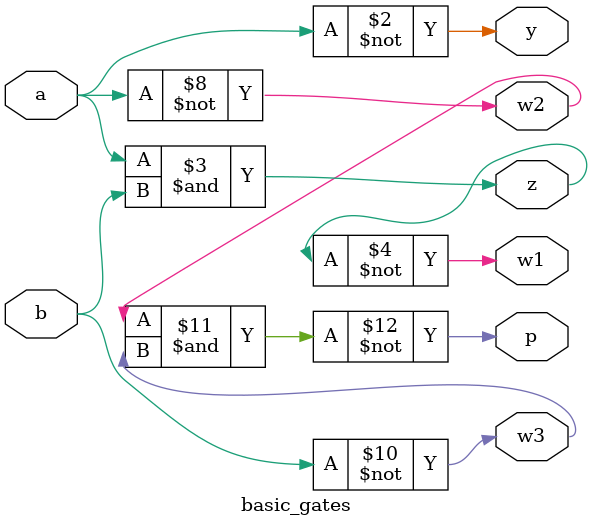
<source format=sv>
module basic_gates(y,w1,z,w2,w3,p,a,b);
  input a,b;
  output y,w1,z,w2,w3,p;

  nand n1(y,a,a);
  nand n2(w1,a,b);
  nand n3(z,w1,w1);
  nand n4(w2,a,a);
  nand n5(w3,b,b);
  nand n6(p,w2,w3);
 
 endmodule

</source>
